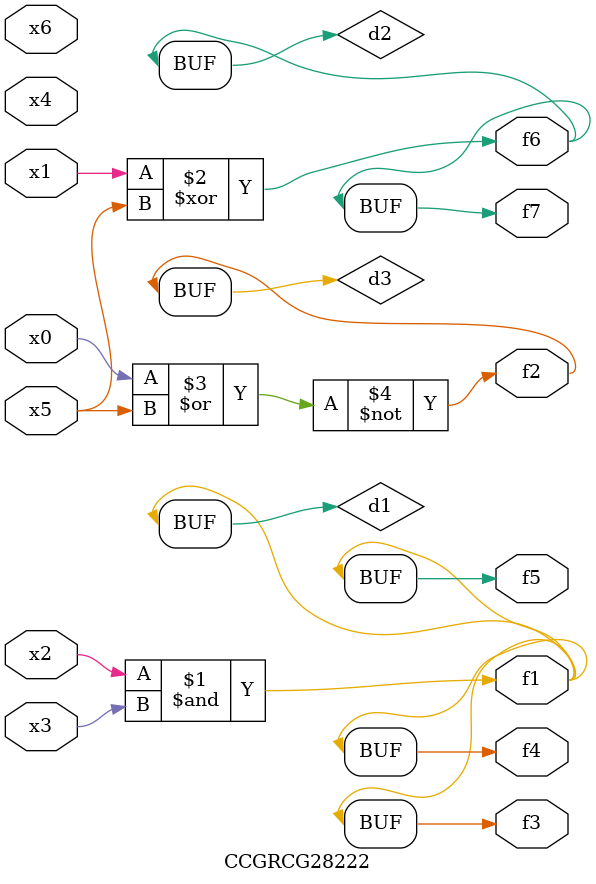
<source format=v>
module CCGRCG28222(
	input x0, x1, x2, x3, x4, x5, x6,
	output f1, f2, f3, f4, f5, f6, f7
);

	wire d1, d2, d3;

	and (d1, x2, x3);
	xor (d2, x1, x5);
	nor (d3, x0, x5);
	assign f1 = d1;
	assign f2 = d3;
	assign f3 = d1;
	assign f4 = d1;
	assign f5 = d1;
	assign f6 = d2;
	assign f7 = d2;
endmodule

</source>
